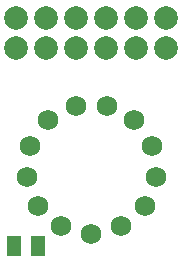
<source format=gbs>
G04 Layer_Color=16711935*
%FSLAX44Y44*%
%MOMM*%
G71*
G01*
G75*
%ADD15C,2.0032*%
%ADD16C,1.7272*%
%ADD17R,1.2192X1.7272*%
D15*
X412500Y1252700D02*
D03*
Y1227300D02*
D03*
X387100D02*
D03*
Y1252700D02*
D03*
X361700D02*
D03*
Y1227300D02*
D03*
X285500D02*
D03*
Y1252700D02*
D03*
X310900D02*
D03*
Y1227300D02*
D03*
X336300D02*
D03*
Y1252700D02*
D03*
D16*
X303700Y1093800D02*
D03*
X323500Y1076300D02*
D03*
X349000Y1070000D02*
D03*
X294400Y1118400D02*
D03*
X297600Y1144500D02*
D03*
X312500Y1166200D02*
D03*
X335800Y1178400D02*
D03*
X362200D02*
D03*
X385500Y1166200D02*
D03*
X400400Y1144500D02*
D03*
X403600Y1118400D02*
D03*
X394300Y1093800D02*
D03*
X374500Y1076300D02*
D03*
D17*
X283840Y1060000D02*
D03*
X304160D02*
D03*
M02*

</source>
